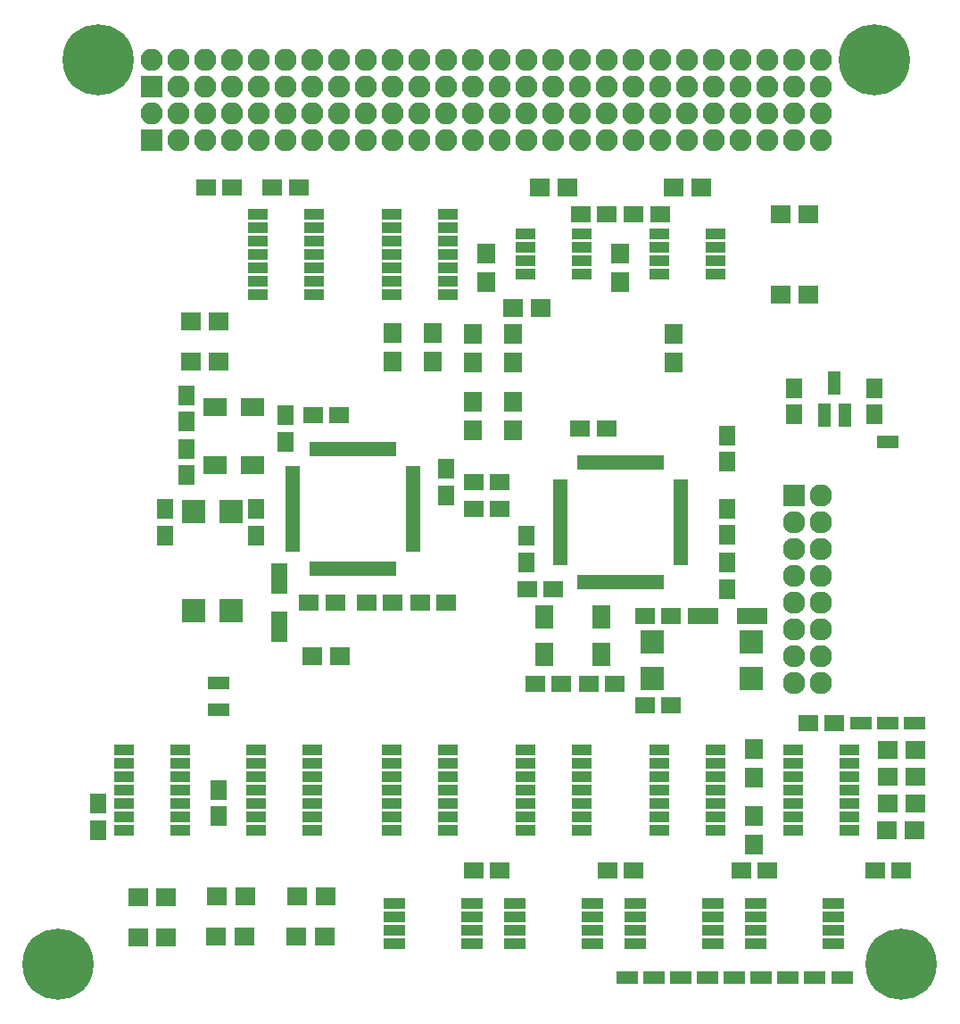
<source format=gts>
%TF.GenerationSoftware,KiCad,Pcbnew,5.0.0*%
%TF.CreationDate,2018-07-30T09:05:39-05:00*%
%TF.ProjectId,motherboard,6D6F74686572626F6172642E6B696361,rev?*%
%TF.SameCoordinates,Original*%
%TF.FileFunction,Soldermask,Top*%
%TF.FilePolarity,Negative*%
%FSLAX46Y46*%
G04 Gerber Fmt 4.6, Leading zero omitted, Abs format (unit mm)*
G04 Created by KiCad (PCBNEW 5.0.0) date Mon Jul 30 09:05:39 2018*
%MOMM*%
%LPD*%
G01*
G04 APERTURE LIST*
%ADD10R,1.900000X1.000000*%
%ADD11R,0.650000X1.400000*%
%ADD12R,1.400000X0.650000*%
%ADD13R,2.100000X1.050000*%
%ADD14R,1.950000X1.000000*%
%ADD15R,1.900000X1.700000*%
%ADD16R,1.650000X1.900000*%
%ADD17R,2.000000X1.200000*%
%ADD18R,2.300000X1.700000*%
%ADD19R,1.900000X1.650000*%
%ADD20R,1.598880X2.998420*%
%ADD21R,1.598880X3.000960*%
%ADD22R,2.998420X1.598880*%
%ADD23R,3.000960X1.598880*%
%ADD24R,1.700000X1.900000*%
%ADD25R,1.200100X2.200860*%
%ADD26R,2.200000X2.200000*%
%ADD27R,1.700000X2.300000*%
%ADD28R,2.127200X2.127200*%
%ADD29O,2.127200X2.127200*%
%ADD30R,2.100000X2.100000*%
%ADD31O,2.100000X2.100000*%
%ADD32C,6.750000*%
G04 APERTURE END LIST*
D10*
X162400000Y-116840000D03*
X162400000Y-118110000D03*
X162400000Y-119380000D03*
X162400000Y-120650000D03*
X162400000Y-121920000D03*
X162400000Y-123190000D03*
X162400000Y-124460000D03*
X167800000Y-124460000D03*
X167800000Y-123190000D03*
X167800000Y-121920000D03*
X167800000Y-120650000D03*
X167800000Y-119380000D03*
X167800000Y-118110000D03*
X167800000Y-116840000D03*
D11*
X167700000Y-100950000D03*
X168200000Y-100950000D03*
X168700000Y-100950000D03*
X169200000Y-100950000D03*
X169700000Y-100950000D03*
X170200000Y-100950000D03*
X170700000Y-100950000D03*
X171200000Y-100950000D03*
X171700000Y-100950000D03*
X172200000Y-100950000D03*
X172700000Y-100950000D03*
X173200000Y-100950000D03*
X173700000Y-100950000D03*
X174200000Y-100950000D03*
X174700000Y-100950000D03*
X175200000Y-100950000D03*
D12*
X177150000Y-99000000D03*
X177150000Y-98500000D03*
X177150000Y-98000000D03*
X177150000Y-97500000D03*
X177150000Y-97000000D03*
X177150000Y-96500000D03*
X177150000Y-96000000D03*
X177150000Y-95500000D03*
X177150000Y-95000000D03*
X177150000Y-94500000D03*
X177150000Y-94000000D03*
X177150000Y-93500000D03*
X177150000Y-93000000D03*
X177150000Y-92500000D03*
X177150000Y-92000000D03*
X177150000Y-91500000D03*
D11*
X175200000Y-89550000D03*
X174700000Y-89550000D03*
X174200000Y-89550000D03*
X173700000Y-89550000D03*
X173200000Y-89550000D03*
X172700000Y-89550000D03*
X172200000Y-89550000D03*
X171700000Y-89550000D03*
X171200000Y-89550000D03*
X170700000Y-89550000D03*
X170200000Y-89550000D03*
X169700000Y-89550000D03*
X169200000Y-89550000D03*
X168700000Y-89550000D03*
X168200000Y-89550000D03*
X167700000Y-89550000D03*
D12*
X165750000Y-91500000D03*
X165750000Y-92000000D03*
X165750000Y-92500000D03*
X165750000Y-93000000D03*
X165750000Y-93500000D03*
X165750000Y-94000000D03*
X165750000Y-94500000D03*
X165750000Y-95000000D03*
X165750000Y-95500000D03*
X165750000Y-96000000D03*
X165750000Y-96500000D03*
X165750000Y-97000000D03*
X165750000Y-97500000D03*
X165750000Y-98000000D03*
X165750000Y-98500000D03*
X165750000Y-99000000D03*
D10*
X136840000Y-116840000D03*
X136840000Y-118110000D03*
X136840000Y-119380000D03*
X136840000Y-120650000D03*
X136840000Y-121920000D03*
X136840000Y-123190000D03*
X136840000Y-124460000D03*
X142240000Y-124460000D03*
X142240000Y-123190000D03*
X142240000Y-121920000D03*
X142240000Y-120650000D03*
X142240000Y-119380000D03*
X142240000Y-118110000D03*
X142240000Y-116840000D03*
D13*
X184310000Y-131445000D03*
X184310000Y-132715000D03*
X184310000Y-133985000D03*
X184310000Y-135255000D03*
X191610000Y-135255000D03*
X191610000Y-133985000D03*
X191610000Y-132715000D03*
X191610000Y-131445000D03*
D14*
X175100000Y-67945000D03*
X175100000Y-69215000D03*
X175100000Y-70485000D03*
X175100000Y-71755000D03*
X180500000Y-71755000D03*
X180500000Y-70485000D03*
X180500000Y-69215000D03*
X180500000Y-67945000D03*
X162400000Y-67945000D03*
X162400000Y-69215000D03*
X162400000Y-70485000D03*
X162400000Y-71755000D03*
X167800000Y-71755000D03*
X167800000Y-70485000D03*
X167800000Y-69215000D03*
X167800000Y-67945000D03*
D10*
X149700000Y-66040000D03*
X149700000Y-67310000D03*
X149700000Y-68580000D03*
X149700000Y-69850000D03*
X149700000Y-71120000D03*
X149700000Y-72390000D03*
X149700000Y-73660000D03*
X155100000Y-73660000D03*
X155100000Y-72390000D03*
X155100000Y-71120000D03*
X155100000Y-69850000D03*
X155100000Y-68580000D03*
X155100000Y-67310000D03*
X155100000Y-66040000D03*
D12*
X140350000Y-90230000D03*
X140350000Y-90730000D03*
X140350000Y-91230000D03*
X140350000Y-91730000D03*
X140350000Y-92230000D03*
X140350000Y-92730000D03*
X140350000Y-93230000D03*
X140350000Y-93730000D03*
X140350000Y-94230000D03*
X140350000Y-94730000D03*
X140350000Y-95230000D03*
X140350000Y-95730000D03*
X140350000Y-96230000D03*
X140350000Y-96730000D03*
X140350000Y-97230000D03*
X140350000Y-97730000D03*
D11*
X142300000Y-99680000D03*
X142800000Y-99680000D03*
X143300000Y-99680000D03*
X143800000Y-99680000D03*
X144300000Y-99680000D03*
X144800000Y-99680000D03*
X145300000Y-99680000D03*
X145800000Y-99680000D03*
X146300000Y-99680000D03*
X146800000Y-99680000D03*
X147300000Y-99680000D03*
X147800000Y-99680000D03*
X148300000Y-99680000D03*
X148800000Y-99680000D03*
X149300000Y-99680000D03*
X149800000Y-99680000D03*
D12*
X151750000Y-97730000D03*
X151750000Y-97230000D03*
X151750000Y-96730000D03*
X151750000Y-96230000D03*
X151750000Y-95730000D03*
X151750000Y-95230000D03*
X151750000Y-94730000D03*
X151750000Y-94230000D03*
X151750000Y-93730000D03*
X151750000Y-93230000D03*
X151750000Y-92730000D03*
X151750000Y-92230000D03*
X151750000Y-91730000D03*
X151750000Y-91230000D03*
X151750000Y-90730000D03*
X151750000Y-90230000D03*
D11*
X149800000Y-88280000D03*
X149300000Y-88280000D03*
X148800000Y-88280000D03*
X148300000Y-88280000D03*
X147800000Y-88280000D03*
X147300000Y-88280000D03*
X146800000Y-88280000D03*
X146300000Y-88280000D03*
X145800000Y-88280000D03*
X145300000Y-88280000D03*
X144800000Y-88280000D03*
X144300000Y-88280000D03*
X143800000Y-88280000D03*
X143300000Y-88280000D03*
X142800000Y-88280000D03*
X142300000Y-88280000D03*
D15*
X186610000Y-73660000D03*
X189310000Y-73660000D03*
D16*
X128270000Y-96500000D03*
X128270000Y-94000000D03*
D17*
X189865000Y-138430000D03*
D18*
X136497000Y-84372000D03*
X132997000Y-84372000D03*
X136497000Y-89872000D03*
X132997000Y-89872000D03*
D19*
X172700000Y-128270000D03*
X170200000Y-128270000D03*
D16*
X139700000Y-85110000D03*
X139700000Y-87610000D03*
D19*
X141879000Y-102870000D03*
X144379000Y-102870000D03*
X149840000Y-102870000D03*
X147340000Y-102870000D03*
X154920000Y-102870000D03*
X152420000Y-102870000D03*
D16*
X154940000Y-92690000D03*
X154940000Y-90190000D03*
X130302000Y-85705000D03*
X130302000Y-83205000D03*
X130302000Y-88285000D03*
X130302000Y-90785000D03*
D19*
X144760000Y-85090000D03*
X142260000Y-85090000D03*
D16*
X136906000Y-96500000D03*
X136906000Y-94000000D03*
X187960000Y-85050000D03*
X187960000Y-82550000D03*
X195580000Y-85050000D03*
X195580000Y-82550000D03*
D19*
X162580000Y-101600000D03*
X165080000Y-101600000D03*
D16*
X181610000Y-101580000D03*
X181610000Y-99080000D03*
X181610000Y-87015000D03*
X181610000Y-89515000D03*
X181610000Y-96480000D03*
X181610000Y-93980000D03*
D19*
X170140000Y-86360000D03*
X167640000Y-86360000D03*
X165842000Y-110617000D03*
X163342000Y-110617000D03*
X168422000Y-110617000D03*
X170922000Y-110617000D03*
D16*
X162560000Y-96560000D03*
X162560000Y-99060000D03*
D19*
X176256000Y-112649000D03*
X173756000Y-112649000D03*
X176256000Y-104140000D03*
X173756000Y-104140000D03*
X160000000Y-128270000D03*
X157500000Y-128270000D03*
X185400000Y-128270000D03*
X182900000Y-128270000D03*
X198100000Y-128270000D03*
X195600000Y-128270000D03*
D20*
X139065000Y-100568760D03*
D21*
X139065000Y-105171240D03*
D22*
X179308760Y-104140000D03*
D23*
X183911240Y-104140000D03*
D24*
X176530000Y-80090000D03*
X176530000Y-77390000D03*
D15*
X144860000Y-107950000D03*
X142160000Y-107950000D03*
D24*
X184150000Y-119460000D03*
X184150000Y-116760000D03*
X184150000Y-125810000D03*
X184150000Y-123110000D03*
X161290000Y-86520000D03*
X161290000Y-83820000D03*
X157480000Y-86520000D03*
X157480000Y-83820000D03*
X157480000Y-80090000D03*
X157480000Y-77390000D03*
X153670000Y-80010000D03*
X153670000Y-77310000D03*
X149860000Y-80010000D03*
X149860000Y-77310000D03*
D15*
X125650000Y-134620000D03*
X128350000Y-134620000D03*
X133137137Y-130758947D03*
X135837137Y-130758947D03*
X133057137Y-134568947D03*
X135757137Y-134568947D03*
X140757137Y-130758947D03*
X143457137Y-130758947D03*
X140677137Y-134568947D03*
X143377137Y-134568947D03*
X125650000Y-130810000D03*
X128350000Y-130810000D03*
D24*
X161290000Y-80090000D03*
X161290000Y-77390000D03*
D15*
X186610000Y-66040000D03*
X189310000Y-66040000D03*
D24*
X158750000Y-69770000D03*
X158750000Y-72470000D03*
D15*
X161210000Y-74930000D03*
X163910000Y-74930000D03*
D24*
X171450000Y-69770000D03*
X171450000Y-72470000D03*
D15*
X163750000Y-63500000D03*
X166450000Y-63500000D03*
X179150000Y-63500000D03*
X176450000Y-63500000D03*
D17*
X194310000Y-114300000D03*
X196850000Y-114300000D03*
X199390000Y-114300000D03*
X196850000Y-87630000D03*
X133350000Y-110490000D03*
X133350000Y-113030000D03*
X172085000Y-138430000D03*
X174625000Y-138430000D03*
X184785000Y-138430000D03*
X179705000Y-138430000D03*
X182245000Y-138430000D03*
X177165000Y-138430000D03*
X187325000Y-138430000D03*
X192532000Y-138430000D03*
D25*
X190820000Y-85090000D03*
X192720000Y-85090000D03*
X191770000Y-82087720D03*
D10*
X187800000Y-116840000D03*
X187800000Y-118110000D03*
X187800000Y-119380000D03*
X187800000Y-120650000D03*
X187800000Y-121920000D03*
X187800000Y-123190000D03*
X187800000Y-124460000D03*
X193200000Y-124460000D03*
X193200000Y-123190000D03*
X193200000Y-121920000D03*
X193200000Y-120650000D03*
X193200000Y-119380000D03*
X193200000Y-118110000D03*
X193200000Y-116840000D03*
X137000000Y-66040000D03*
X137000000Y-67310000D03*
X137000000Y-68580000D03*
X137000000Y-69850000D03*
X137000000Y-71120000D03*
X137000000Y-72390000D03*
X137000000Y-73660000D03*
X142400000Y-73660000D03*
X142400000Y-72390000D03*
X142400000Y-71120000D03*
X142400000Y-69850000D03*
X142400000Y-68580000D03*
X142400000Y-67310000D03*
X142400000Y-66040000D03*
X149700000Y-116840000D03*
X149700000Y-118110000D03*
X149700000Y-119380000D03*
X149700000Y-120650000D03*
X149700000Y-121920000D03*
X149700000Y-123190000D03*
X149700000Y-124460000D03*
X155100000Y-124460000D03*
X155100000Y-123190000D03*
X155100000Y-121920000D03*
X155100000Y-120650000D03*
X155100000Y-119380000D03*
X155100000Y-118110000D03*
X155100000Y-116840000D03*
X124300000Y-116840000D03*
X124300000Y-118110000D03*
X124300000Y-119380000D03*
X124300000Y-120650000D03*
X124300000Y-121920000D03*
X124300000Y-123190000D03*
X124300000Y-124460000D03*
X129700000Y-124460000D03*
X129700000Y-123190000D03*
X129700000Y-121920000D03*
X129700000Y-120650000D03*
X129700000Y-119380000D03*
X129700000Y-118110000D03*
X129700000Y-116840000D03*
X175100000Y-116840000D03*
X175100000Y-118110000D03*
X175100000Y-119380000D03*
X175100000Y-120650000D03*
X175100000Y-121920000D03*
X175100000Y-123190000D03*
X175100000Y-124460000D03*
X180500000Y-124460000D03*
X180500000Y-123190000D03*
X180500000Y-121920000D03*
X180500000Y-120650000D03*
X180500000Y-119380000D03*
X180500000Y-118110000D03*
X180500000Y-116840000D03*
D26*
X134465000Y-94233000D03*
X130965000Y-94233000D03*
X134465000Y-103633000D03*
X130965000Y-103633000D03*
D27*
X164172000Y-104267000D03*
X164172000Y-107767000D03*
X169672000Y-104267000D03*
X169672000Y-107767000D03*
D26*
X174497000Y-106581000D03*
X174497000Y-110081000D03*
X183897000Y-106581000D03*
X183897000Y-110081000D03*
D28*
X187960000Y-92710000D03*
D29*
X190500000Y-92710000D03*
X187960000Y-95250000D03*
X190500000Y-95250000D03*
X187960000Y-97790000D03*
X190500000Y-97790000D03*
X187960000Y-100330000D03*
X190500000Y-100330000D03*
X187960000Y-102870000D03*
X190500000Y-102870000D03*
X187960000Y-105410000D03*
X190500000Y-105410000D03*
X187960000Y-107950000D03*
X190500000Y-107950000D03*
X187960000Y-110490000D03*
X190500000Y-110490000D03*
D19*
X160020000Y-91440000D03*
X157520000Y-91440000D03*
X157520000Y-93980000D03*
X160020000Y-93980000D03*
X191770000Y-114300000D03*
X189270000Y-114300000D03*
D16*
X121920000Y-121960000D03*
X121920000Y-124460000D03*
D19*
X167660000Y-66040000D03*
X170160000Y-66040000D03*
X175220000Y-66040000D03*
X172720000Y-66040000D03*
D16*
X133350000Y-120650000D03*
X133350000Y-123150000D03*
D15*
X196690000Y-124460000D03*
X199390000Y-124460000D03*
X196770000Y-121920000D03*
X199470000Y-121920000D03*
X196770000Y-119380000D03*
X199470000Y-119380000D03*
X196770000Y-116840000D03*
X199470000Y-116840000D03*
X130650000Y-80010000D03*
X133350000Y-80010000D03*
X130650000Y-76200000D03*
X133350000Y-76200000D03*
D19*
X140930000Y-63500000D03*
X138430000Y-63500000D03*
X132120000Y-63500000D03*
X134620000Y-63500000D03*
D30*
X127000000Y-59055000D03*
D31*
X127000000Y-56515000D03*
X129540000Y-59055000D03*
X129540000Y-56515000D03*
X132080000Y-59055000D03*
X132080000Y-56515000D03*
X134620000Y-59055000D03*
X134620000Y-56515000D03*
X137160000Y-59055000D03*
X137160000Y-56515000D03*
X139700000Y-59055000D03*
X139700000Y-56515000D03*
X142240000Y-59055000D03*
X142240000Y-56515000D03*
X144780000Y-59055000D03*
X144780000Y-56515000D03*
X147320000Y-59055000D03*
X147320000Y-56515000D03*
X149860000Y-59055000D03*
X149860000Y-56515000D03*
X152400000Y-59055000D03*
X152400000Y-56515000D03*
X154940000Y-59055000D03*
X154940000Y-56515000D03*
X157480000Y-59055000D03*
X157480000Y-56515000D03*
X160020000Y-59055000D03*
X160020000Y-56515000D03*
X162560000Y-59055000D03*
X162560000Y-56515000D03*
X165100000Y-59055000D03*
X165100000Y-56515000D03*
X167640000Y-59055000D03*
X167640000Y-56515000D03*
X170180000Y-59055000D03*
X170180000Y-56515000D03*
X172720000Y-59055000D03*
X172720000Y-56515000D03*
X175260000Y-59055000D03*
X175260000Y-56515000D03*
X177800000Y-59055000D03*
X177800000Y-56515000D03*
X180340000Y-59055000D03*
X180340000Y-56515000D03*
X182880000Y-59055000D03*
X182880000Y-56515000D03*
X185420000Y-59055000D03*
X185420000Y-56515000D03*
X187960000Y-59055000D03*
X187960000Y-56515000D03*
X190500000Y-59055000D03*
X190500000Y-56515000D03*
D30*
X127000000Y-53975000D03*
D31*
X127000000Y-51435000D03*
X129540000Y-53975000D03*
X129540000Y-51435000D03*
X132080000Y-53975000D03*
X132080000Y-51435000D03*
X134620000Y-53975000D03*
X134620000Y-51435000D03*
X137160000Y-53975000D03*
X137160000Y-51435000D03*
X139700000Y-53975000D03*
X139700000Y-51435000D03*
X142240000Y-53975000D03*
X142240000Y-51435000D03*
X144780000Y-53975000D03*
X144780000Y-51435000D03*
X147320000Y-53975000D03*
X147320000Y-51435000D03*
X149860000Y-53975000D03*
X149860000Y-51435000D03*
X152400000Y-53975000D03*
X152400000Y-51435000D03*
X154940000Y-53975000D03*
X154940000Y-51435000D03*
X157480000Y-53975000D03*
X157480000Y-51435000D03*
X160020000Y-53975000D03*
X160020000Y-51435000D03*
X162560000Y-53975000D03*
X162560000Y-51435000D03*
X165100000Y-53975000D03*
X165100000Y-51435000D03*
X167640000Y-53975000D03*
X167640000Y-51435000D03*
X170180000Y-53975000D03*
X170180000Y-51435000D03*
X172720000Y-53975000D03*
X172720000Y-51435000D03*
X175260000Y-53975000D03*
X175260000Y-51435000D03*
X177800000Y-53975000D03*
X177800000Y-51435000D03*
X180340000Y-53975000D03*
X180340000Y-51435000D03*
X182880000Y-53975000D03*
X182880000Y-51435000D03*
X185420000Y-53975000D03*
X185420000Y-51435000D03*
X187960000Y-53975000D03*
X187960000Y-51435000D03*
X190500000Y-53975000D03*
X190500000Y-51435000D03*
D13*
X150020000Y-131445000D03*
X150020000Y-132715000D03*
X150020000Y-133985000D03*
X150020000Y-135255000D03*
X157320000Y-135255000D03*
X157320000Y-133985000D03*
X157320000Y-132715000D03*
X157320000Y-131445000D03*
X161450000Y-131445000D03*
X161450000Y-132715000D03*
X161450000Y-133985000D03*
X161450000Y-135255000D03*
X168750000Y-135255000D03*
X168750000Y-133985000D03*
X168750000Y-132715000D03*
X168750000Y-131445000D03*
X172880000Y-131445000D03*
X172880000Y-132715000D03*
X172880000Y-133985000D03*
X172880000Y-135255000D03*
X180180000Y-135255000D03*
X180180000Y-133985000D03*
X180180000Y-132715000D03*
X180180000Y-131445000D03*
D32*
X121920000Y-51435000D03*
X195580000Y-51435000D03*
X198120000Y-137160000D03*
X118110000Y-137160000D03*
M02*

</source>
